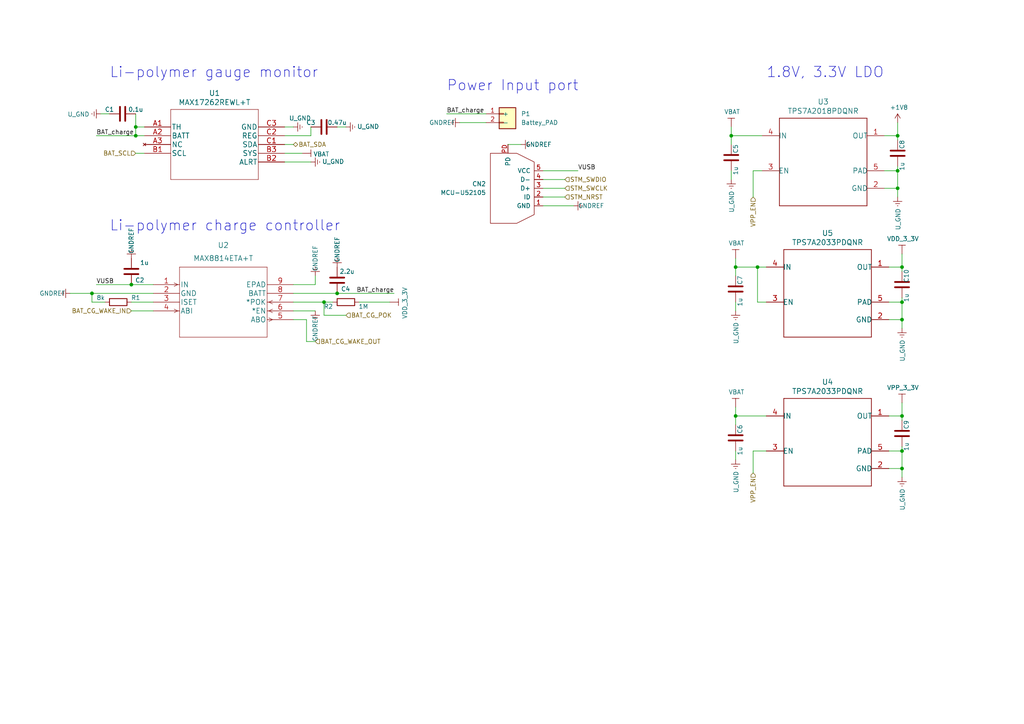
<source format=kicad_sch>
(kicad_sch (version 20211123) (generator eeschema)
  (paper "A4")
  (lib_symbols
    (symbol "Device:C" (pin_numbers hide) (pin_names (offset 0.254))
      (property "Reference" "C" (at 0.635 2.54 0))
      (property "Value" "C" (at 0.635 -2.54 0))
      (symbol "C_0_1"
        (polyline (pts (xy -2.032 -0.762) (xy 2.032 -0.762)) (stroke (width 0.508)))
        (polyline (pts (xy -2.032 0.762) (xy 2.032 0.762)) (stroke (width 0.508)))
      )
      (symbol "C_1_1"
        (pin passive line (at 0 3.81 270) (length 2.794) (name "~") (number "1"))
        (pin passive line (at 0 -3.81 90) (length 2.794) (name "~") (number "2"))
      )
    )
    (symbol "Device:R" (pin_numbers hide) (pin_names (offset 0))
      (property "Reference" "R" (at 2.032 0 90))
      (property "Value" "R" (at 0 0 90))
      (symbol "R_0_1"
        (rectangle (start -1.016 -2.54) (end 1.016 2.54) (stroke (width 0.254)))
      )
      (symbol "R_1_1"
        (pin passive line (at 0 3.81 270) (length 1.27) (name "~") (number "1"))
        (pin passive line (at 0 -3.81 90) (length 1.27) (name "~") (number "2"))
      )
    )
    (symbol "User_library:Battey_PAD" (pin_names (offset 1.016))
      (property "Reference" "P" (at 1.016 3.048 0))
      (property "Value" "Battey_PAD" (at 0.508 -5.842 0))
      (symbol "Battey_PAD_1_1"
        (rectangle (start -1.27 -2.413) (end 0 -2.667) (stroke (width 0.1524)))
        (rectangle (start -1.27 0.127) (end 0 -0.127) (stroke (width 0.1524)))
        (rectangle (start -1.27 1.778) (end 3.556 -4.318) (stroke (width 0.254)) (fill (type background)))
        (pin power_in line (at -5.08 0 0) (length 3.81) (name "+") (number "1"))
        (pin power_out line (at -5.08 -2.54 0) (length 3.81) (name "-") (number "2"))
      )
    )
    (symbol "User_library:MAX8814ETA+T" (pin_names (offset 0.254))
      (property "Reference" "U" (at 20.32 10.16 0))
      (property "Value" "MAX8814ETA+T" (at 20.32 7.62 0))
      (symbol "MAX8814ETA+T_1_1"
        (polyline (pts (xy 7.112 -7.62) (xy 6.0452 -8.128)) (stroke (width 0.127)))
        (polyline (pts (xy 7.112 -7.62) (xy 6.0452 -7.112)) (stroke (width 0.127)))
        (polyline (pts (xy 7.112 0) (xy 6.0452 -0.508)) (stroke (width 0.127)))
        (polyline (pts (xy 7.112 0) (xy 6.0452 0.508)) (stroke (width 0.127)))
        (polyline (pts (xy 7.62 -15.24) (xy 33.02 -15.24)) (stroke (width 0.127)))
        (polyline (pts (xy 7.62 5.08) (xy 7.62 -15.24)) (stroke (width 0.127)))
        (polyline (pts (xy 33.02 -15.24) (xy 33.02 5.08)) (stroke (width 0.127)))
        (polyline (pts (xy 33.02 5.08) (xy 7.62 5.08)) (stroke (width 0.127)))
        (polyline (pts (xy 33.528 -10.668) (xy 34.5948 -10.16)) (stroke (width 0.127)))
        (polyline (pts (xy 33.528 -9.652) (xy 34.5948 -10.16)) (stroke (width 0.127)))
        (polyline (pts (xy 33.528 -7.62) (xy 34.5948 -8.128)) (stroke (width 0.127)))
        (polyline (pts (xy 33.528 -7.62) (xy 34.5948 -7.112)) (stroke (width 0.127)))
        (polyline (pts (xy 33.528 -5.08) (xy 34.5948 -5.588)) (stroke (width 0.127)))
        (polyline (pts (xy 33.528 -5.08) (xy 34.5948 -4.572)) (stroke (width 0.127)))
        (pin input line (at 0 0 0) (length 7.62) (name "IN") (number "1"))
        (pin power_in line (at 0 -2.54 0) (length 7.62) (name "GND") (number "2"))
        (pin unspecified line (at 0 -5.08 0) (length 7.62) (name "ISET") (number "3"))
        (pin input line (at 0 -7.62 0) (length 7.62) (name "ABI") (number "4"))
        (pin output line (at 40.64 -10.16 180) (length 7.62) (name "ABO") (number "5"))
        (pin input line (at 40.64 -7.62 180) (length 7.62) (name "*EN") (number "6"))
        (pin input line (at 40.64 -5.08 180) (length 7.62) (name "*POK") (number "7"))
        (pin power_in line (at 40.64 -2.54 180) (length 7.62) (name "BATT") (number "8"))
        (pin unspecified line (at 40.64 0 180) (length 7.62) (name "EPAD") (number "9"))
      )
    )
    (symbol "User_library:MCU-U52105" (pin_names (offset 1.016))
      (property "Reference" "CN" (at 10.16 16.51 0))
      (property "Value" "MCU-U52105" (at 10.16 13.97 0))
      (symbol "MCU-U52105_0_1"
        (polyline (pts (xy 2.54 0) (xy 0 5.08) (xy 0 12.7) (xy 20.32 12.7) (xy 20.32 5.08) (xy 17.78 0) (xy 2.54 0)))
      )
      (symbol "MCU-U52105_1_1"
        (pin power_out line (at 5.08 -2.54 90) (length 2.54) (name "GND") (number "1"))
        (pin bidirectional line (at 7.62 -2.54 90) (length 2.54) (name "ID") (number "2"))
        (pin bidirectional line (at 10.16 -2.54 90) (length 2.54) (name "D+") (number "3"))
        (pin bidirectional line (at 12.7 -2.54 90) (length 2.54) (name "D-") (number "4"))
        (pin power_in line (at 15.24 -2.54 90) (length 2.54) (name "VCC") (number "5"))
        (pin bidirectional line (at 22.86 7.62 180) (length 2.54) (name "PD") (number "PD"))
      )
    )
    (symbol "User_library:TPS7A2018PDQNR" (pin_names (offset -0.254))
      (property "Reference" "U" (at -11.43 13.97 0))
      (property "Value" "User_library_TPS7A2018PDQNR" (at 0 -13.97 0))
      (symbol "TPS7A2018PDQNR_1_1"
        (polyline (pts (xy -12.7 -12.7) (xy 12.7 -12.7)) (stroke (width 0.2032)))
        (polyline (pts (xy -12.7 12.7) (xy -12.7 -12.7)) (stroke (width 0.2032)))
        (polyline (pts (xy 12.7 -12.7) (xy 12.7 12.7)) (stroke (width 0.2032)))
        (polyline (pts (xy 12.7 12.7) (xy -12.7 12.7)) (stroke (width 0.2032)))
        (pin power_in line (at 17.78 7.62 180) (length 5.08) (name "OUT") (number "1"))
        (pin power_in line (at 17.78 -7.62 180) (length 5.08) (name "GND") (number "2"))
        (pin input line (at -17.78 -2.54 0) (length 5.08) (name "EN") (number "3"))
        (pin power_in line (at -17.78 7.62 0) (length 5.08) (name "IN") (number "4"))
        (pin unspecified line (at 17.78 -2.54 180) (length 5.08) (name "PAD") (number "5"))
      )
    )
    (symbol "User_library:TPS7A2033PDQNR" (pin_names (offset -0.254))
      (property "Reference" "U" (at -11.43 13.97 0))
      (property "Value" "User_library_TPS7A2033PDQNR" (at 0 -13.97 0))
      (symbol "TPS7A2033PDQNR_1_1"
        (polyline (pts (xy -12.7 -12.7) (xy 12.7 -12.7)) (stroke (width 0.2032)))
        (polyline (pts (xy -12.7 12.7) (xy -12.7 -12.7)) (stroke (width 0.2032)))
        (polyline (pts (xy 12.7 -12.7) (xy 12.7 12.7)) (stroke (width 0.2032)))
        (polyline (pts (xy 12.7 12.7) (xy -12.7 12.7)) (stroke (width 0.2032)))
        (pin power_in line (at 17.78 7.62 180) (length 5.08) (name "OUT") (number "1"))
        (pin power_in line (at 17.78 -7.62 180) (length 5.08) (name "GND") (number "2"))
        (pin input line (at -17.78 -2.54 0) (length 5.08) (name "EN") (number "3"))
        (pin power_in line (at -17.78 7.62 0) (length 5.08) (name "IN") (number "4"))
        (pin unspecified line (at 17.78 -2.54 180) (length 5.08) (name "PAD") (number "5"))
      )
    )
    (symbol "User_power:GND" (power) (pin_names (offset 0))
      (property "Value" "User_power_GND" (at 0 -3.81 0))
      (symbol "GND_0_1"
        (polyline (pts (xy -0.635 -1.905) (xy 0.635 -1.905)))
        (polyline (pts (xy -0.127 -2.54) (xy 0.127 -2.54)))
        (polyline (pts (xy 0 -1.27) (xy 0 0)))
        (polyline (pts (xy 1.27 -1.27) (xy -1.27 -1.27)))
      )
      (symbol "GND_1_1"
        (pin power_in line (at 0 0 270) (length 0) hide (name "U_GND") (number "1"))
      )
    )
    (symbol "User_power:VBAT" (power) (pin_names (offset 0))
      (property "Value" "User_power_VBAT" (at 0 3.81 0))
      (symbol "VBAT_0_1"
        (polyline (pts (xy -1.016 2.54) (xy 0 2.54)))
        (polyline (pts (xy 0 0) (xy 0 2.54)))
        (polyline (pts (xy 0 2.54) (xy 1.016 2.54)))
      )
      (symbol "VBAT_1_1"
        (pin power_in line (at 0 0 90) (length 0) hide (name "VBAT") (number "1"))
      )
    )
    (symbol "User_power:VDD_3.3V" (power) (pin_names (offset 0))
      (property "Value" "VDD_3.3V" (at 0 3.81 0))
      (symbol "VDD_3.3V_0_1"
        (polyline (pts (xy -1.016 2.54) (xy 0 2.54)))
        (polyline (pts (xy 0 0) (xy 0 2.54)))
        (polyline (pts (xy 0 2.54) (xy 1.016 2.54)))
      )
      (symbol "VDD_3.3V_1_1"
        (pin power_in line (at 0 0 90) (length 0) hide (name "VDD_3_3V") (number "1"))
      )
    )
    (symbol "User_power:VPP_3.3V" (power) (pin_names (offset 0))
      (property "Value" "User_power_VPP_3.3V" (at 0 3.81 0))
      (symbol "VPP_3.3V_0_1"
        (polyline (pts (xy -1.016 2.54) (xy 0 2.54)))
        (polyline (pts (xy 0 0) (xy 0 2.54)))
        (polyline (pts (xy 0 2.54) (xy 1.016 2.54)))
      )
      (symbol "VPP_3.3V_1_1"
        (pin power_in line (at 0 0 90) (length 0) hide (name "VPP_3_3V") (number "1"))
      )
    )
    (symbol "mcu_V1-rescue:MAX17262REWL+T-User_library" (pin_names (offset 0.254))
      (property "Reference" "U" (at 17.78 6.35 0))
      (property "Value" "MAX17262REWL+T-User_library" (at 20.32 -16.51 0))
      (symbol "MAX17262REWL+T-User_library_1_1"
        (polyline (pts (xy 7.62 -15.24) (xy 33.02 -15.24)) (stroke (width 0.127)))
        (polyline (pts (xy 7.62 5.08) (xy 7.62 -15.24)) (stroke (width 0.127)))
        (polyline (pts (xy 33.02 -15.24) (xy 33.02 5.08)) (stroke (width 0.127)))
        (polyline (pts (xy 33.02 5.08) (xy 7.62 5.08)) (stroke (width 0.127)))
        (pin input line (at 0 0 0) (length 7.62) (name "TH") (number "A1"))
        (pin unspecified line (at 0 -2.54 0) (length 7.62) (name "BATT") (number "A2"))
        (pin no_connect line (at 0 -5.08 0) (length 7.62) (name "NC") (number "A3"))
        (pin input line (at 0 -7.62 0) (length 7.62) (name "SCL") (number "B1"))
        (pin output line (at 40.64 -10.16 180) (length 7.62) (name "ALRT") (number "B2"))
        (pin unspecified line (at 40.64 -7.62 180) (length 7.62) (name "SYS") (number "B3"))
        (pin bidirectional line (at 40.64 -5.08 180) (length 7.62) (name "SDA") (number "C1"))
        (pin output line (at 40.64 -2.54 180) (length 7.62) (name "REG") (number "C2"))
        (pin power_in line (at 40.64 0 180) (length 7.62) (name "GND") (number "C3"))
      )
    )
    (symbol "power:+1V8" (power) (pin_names (offset 0))
      (property "Value" "+1V8" (at 0 3.556 0))
      (symbol "+1V8_0_1"
        (polyline (pts (xy -0.762 1.27) (xy 0 2.54)))
        (polyline (pts (xy 0 0) (xy 0 2.54)))
        (polyline (pts (xy 0 2.54) (xy 0.762 1.27)))
      )
      (symbol "+1V8_1_1"
        (pin power_in line (at 0 0 90) (length 0) hide (name "+1V8") (number "1"))
      )
    )
    (symbol "sensor_V1-rescue:GND-User_power" (power) (pin_names (offset 0))
      (property "Value" "GND-User_power" (at 0 -3.81 0))
      (symbol "GND-User_power_0_1"
        (polyline (pts (xy -0.635 -1.905) (xy 0.635 -1.905)))
        (polyline (pts (xy -0.127 -2.54) (xy 0.127 -2.54)))
        (polyline (pts (xy 0 -1.27) (xy 0 0)))
        (polyline (pts (xy 1.27 -1.27) (xy -1.27 -1.27)))
      )
      (symbol "GND-User_power_1_1"
        (pin power_in line (at 0 0 270) (length 0) hide (name "GNDREF") (number "1"))
      )
    )
  )
  (junction (at 212.09 39.37))
  (junction (at 260.35 39.37))
  (junction (at 39.37 39.37))
  (junction (at 26.67 85.09))
  (junction (at 261.62 92.71))
  (junction (at 38.1 82.55))
  (junction (at 39.37 36.83))
  (junction (at 260.35 54.61))
  (junction (at 261.62 77.47))
  (junction (at 97.79 85.09))
  (junction (at 213.36 120.65))
  (junction (at 93.98 87.63))
  (junction (at 261.62 87.63))
  (junction (at 261.62 120.65))
  (junction (at 261.62 130.81))
  (junction (at 213.36 77.47))
  (junction (at 219.71 77.47))
  (junction (at 260.35 49.53))
  (junction (at 261.62 135.89))
  (wire (pts (xy 93.98 87.63) (xy 93.98 91.44)))
  (wire (pts (xy 212.09 49.53) (xy 212.09 52.07)))
  (wire (pts (xy 257.81 87.63) (xy 261.62 87.63)))
  (wire (pts (xy 85.09 82.55) (xy 91.44 82.55)))
  (wire (pts (xy 129.54 33.02) (xy 140.97 33.02)))
  (wire (pts (xy 147.32 41.91) (xy 151.13 41.91)))
  (wire (pts (xy 219.71 77.47) (xy 219.71 87.63)))
  (wire (pts (xy 100.33 91.44) (xy 93.98 91.44)))
  (wire (pts (xy 39.37 36.83) (xy 39.37 33.02)))
  (wire (pts (xy 20.32 85.09) (xy 26.67 85.09)))
  (wire (pts (xy 257.81 130.81) (xy 261.62 130.81)))
  (wire (pts (xy 31.75 33.02) (xy 29.21 33.02)))
  (wire (pts (xy 38.1 87.63) (xy 44.45 87.63)))
  (wire (pts (xy 212.09 41.91) (xy 212.09 39.37)))
  (wire (pts (xy 261.62 120.65) (xy 261.62 116.84)))
  (wire (pts (xy 93.98 87.63) (xy 96.52 87.63)))
  (wire (pts (xy 219.71 77.47) (xy 222.25 77.47)))
  (wire (pts (xy 85.09 85.09) (xy 97.79 85.09)))
  (wire (pts (xy 261.62 135.89) (xy 261.62 130.81)))
  (wire (pts (xy 38.1 90.17) (xy 44.45 90.17)))
  (wire (pts (xy 91.44 82.55) (xy 91.44 80.01)))
  (wire (pts (xy 261.62 138.43) (xy 261.62 135.89)))
  (wire (pts (xy 213.36 120.65) (xy 222.25 120.65)))
  (wire (pts (xy 39.37 39.37) (xy 41.91 39.37)))
  (wire (pts (xy 256.54 54.61) (xy 260.35 54.61)))
  (wire (pts (xy 133.35 35.56) (xy 140.97 35.56)))
  (wire (pts (xy 218.44 49.53) (xy 220.98 49.53)))
  (wire (pts (xy 97.79 85.09) (xy 114.3 85.09)))
  (wire (pts (xy 222.25 130.81) (xy 218.44 130.81)))
  (wire (pts (xy 39.37 44.45) (xy 41.91 44.45)))
  (wire (pts (xy 38.1 82.55) (xy 44.45 82.55)))
  (wire (pts (xy 218.44 130.81) (xy 218.44 137.16)))
  (wire (pts (xy 82.55 46.99) (xy 90.17 46.99)))
  (wire (pts (xy 257.81 92.71) (xy 261.62 92.71)))
  (wire (pts (xy 213.36 77.47) (xy 219.71 77.47)))
  (wire (pts (xy 222.25 87.63) (xy 219.71 87.63)))
  (wire (pts (xy 157.48 49.53) (xy 167.64 49.53)))
  (wire (pts (xy 261.62 87.63) (xy 261.62 86.36)))
  (wire (pts (xy 39.37 36.83) (xy 39.37 39.37)))
  (wire (pts (xy 213.36 87.63) (xy 213.36 90.17)))
  (wire (pts (xy 261.62 92.71) (xy 261.62 87.63)))
  (wire (pts (xy 213.36 77.47) (xy 213.36 74.93)))
  (wire (pts (xy 256.54 49.53) (xy 260.35 49.53)))
  (wire (pts (xy 260.35 39.37) (xy 260.35 35.56)))
  (wire (pts (xy 157.48 54.61) (xy 163.83 54.61)))
  (wire (pts (xy 212.09 39.37) (xy 212.09 36.83)))
  (wire (pts (xy 30.48 87.63) (xy 26.67 87.63)))
  (wire (pts (xy 260.35 57.15) (xy 260.35 54.61)))
  (wire (pts (xy 41.91 36.83) (xy 39.37 36.83)))
  (wire (pts (xy 157.48 59.69) (xy 166.37 59.69)))
  (wire (pts (xy 85.09 87.63) (xy 93.98 87.63)))
  (wire (pts (xy 213.36 80.01) (xy 213.36 77.47)))
  (wire (pts (xy 218.44 49.53) (xy 218.44 57.15)))
  (wire (pts (xy 88.9 92.71) (xy 88.9 99.06)))
  (wire (pts (xy 261.62 77.47) (xy 257.81 77.47)))
  (wire (pts (xy 88.9 99.06) (xy 91.44 99.06)))
  (wire (pts (xy 213.36 123.19) (xy 213.36 120.65)))
  (wire (pts (xy 27.94 82.55) (xy 38.1 82.55)))
  (wire (pts (xy 260.35 40.64) (xy 260.35 39.37)))
  (wire (pts (xy 260.35 39.37) (xy 256.54 39.37)))
  (wire (pts (xy 85.09 36.83) (xy 82.55 36.83)))
  (wire (pts (xy 87.63 44.45) (xy 82.55 44.45)))
  (wire (pts (xy 260.35 54.61) (xy 260.35 49.53)))
  (wire (pts (xy 261.62 120.65) (xy 257.81 120.65)))
  (wire (pts (xy 261.62 121.92) (xy 261.62 120.65)))
  (wire (pts (xy 27.94 39.37) (xy 39.37 39.37)))
  (wire (pts (xy 212.09 39.37) (xy 220.98 39.37)))
  (wire (pts (xy 213.36 130.81) (xy 213.36 133.35)))
  (wire (pts (xy 97.79 36.83) (xy 100.33 36.83)))
  (wire (pts (xy 257.81 135.89) (xy 261.62 135.89)))
  (wire (pts (xy 261.62 95.25) (xy 261.62 92.71)))
  (wire (pts (xy 157.48 57.15) (xy 163.83 57.15)))
  (wire (pts (xy 85.09 90.17) (xy 91.44 90.17)))
  (wire (pts (xy 82.55 41.91) (xy 85.09 41.91)))
  (wire (pts (xy 261.62 78.74) (xy 261.62 77.47)))
  (wire (pts (xy 90.17 39.37) (xy 90.17 36.83)))
  (wire (pts (xy 26.67 85.09) (xy 44.45 85.09)))
  (wire (pts (xy 261.62 77.47) (xy 261.62 73.66)))
  (wire (pts (xy 26.67 85.09) (xy 26.67 87.63)))
  (wire (pts (xy 261.62 130.81) (xy 261.62 129.54)))
  (wire (pts (xy 157.48 52.07) (xy 163.83 52.07)))
  (wire (pts (xy 104.14 87.63) (xy 113.03 87.63)))
  (wire (pts (xy 82.55 39.37) (xy 90.17 39.37)))
  (wire (pts (xy 85.09 92.71) (xy 88.9 92.71)))
  (wire (pts (xy 213.36 120.65) (xy 213.36 118.11)))
  (wire (pts (xy 260.35 49.53) (xy 260.35 48.26)))
  (text "Li-polymer charge controller" (at 31.75 67.31 0) (effects (font (size 3 3)) (justify left bottom)))
  (text "Li-polymer gauge monitor" (at 31.75 22.86 0) (effects (font (size 3 3)) (justify left bottom)))
  (text "1.8V, 3.3V LDO" (at 222.25 22.86 0) (effects (font (size 3 3)) (justify left bottom)))
  (text "Power Input port" (at 129.54 26.67 0) (effects (font (size 3 3)) (justify left bottom)))
  (label "VUSB" (at 167.64 49.53 0))
  (label "BAT_charge" (at 114.3 85.09 180))
  (label "BAT_charge" (at 129.54 33.02 0))
  (label "BAT_charge" (at 27.94 39.37 0))
  (label "VUSB" (at 27.94 82.55 0))
  (hierarchical_label "VPP_EN" (shape input) (at 218.44 57.15 270))
  (hierarchical_label "STM_SWCLK" (shape input) (at 163.83 54.61 0))
  (hierarchical_label "BAT_CG_WAKE_OUT" (shape input) (at 91.44 99.06 0))
  (hierarchical_label "BAT_CG_WAKE_IN" (shape input) (at 38.1 90.17 180))
  (hierarchical_label "BAT_CG_POK" (shape input) (at 100.33 91.44 0))
  (hierarchical_label "STM_SWDIO" (shape input) (at 163.83 52.07 0))
  (hierarchical_label "BAT_SCL" (shape input) (at 39.37 44.45 180))
  (hierarchical_label "VPP_EN" (shape input) (at 218.44 137.16 270))
  (hierarchical_label "STM_NRST" (shape input) (at 163.83 57.15 0))
  (hierarchical_label "BAT_SDA" (shape bidirectional) (at 85.09 41.91 0))
  (symbol (lib_id "sensor_V1-rescue:GND-User_power") (at 38.1 74.93 180) (unit 1)
    (property "Reference" "#PWR0106" (effects hide))
    (property "Value" "GND" (at 38.1 69.85 90))
  )
  (symbol (lib_id "User_power:GND") (at 213.36 90.17 0) (unit 1)
    (property "Reference" "#PWR0109" (effects hide))
    (property "Value" "GND" (at 213.487 93.4212 90) (effects (justify right)))
  )
  (symbol (lib_id "sensor_V1-rescue:GND-User_power") (at 133.35 35.56 270) (unit 1)
    (property "Reference" "#PWR0126" (effects hide))
    (property "Value" "GND" (at 128.27 35.56 90))
  )
  (symbol (lib_id "mcu_V1-rescue:MAX17262REWL+T-User_library") (at 41.91 36.83 0) (unit 1)
    (property "Reference" "U1" (at 62.23 27.0002 0) (effects (font (size 1.524 1.524))))
    (property "Value" "MAX17262REWL+T" (at 62.23 29.6926 0) (effects (font (size 1.524 1.524))))
    (property "Footprint" "User_library:MAX17262REWL&plus_T" (effects hide))
  )
  (symbol (lib_id "Device:C") (at 212.09 45.72 180) (unit 1)
    (property "Reference" "C5" (at 213.36 43.18 90))
    (property "Value" "1u" (at 213.36 49.53 90))
    (property "Footprint" "User_library:UL_C_0402_1005Metric" (effects hide))
  )
  (symbol (lib_id "Device:C") (at 261.62 82.55 180) (unit 1)
    (property "Reference" "C10" (at 262.89 80.01 90))
    (property "Value" "1u" (at 262.89 86.36 90))
    (property "Footprint" "User_library:UL_C_0402_1005Metric" (effects hide))
  )
  (symbol (lib_id "power:+1V8") (at 260.35 35.56 0) (unit 1)
    (property "Reference" "#PWR0115" (effects hide))
    (property "Value" "+1V8" (at 260.731 31.1658 0))
  )
  (symbol (lib_id "User_power:VBAT") (at 212.09 36.83 0) (unit 1)
    (property "Reference" "#PWR0114" (effects hide))
    (property "Value" "VBAT" (at 212.344 32.4358 0))
  )
  (symbol (lib_id "User_power:VBAT") (at 87.63 44.45 270) (unit 1)
    (property "Reference" "#PWR0123" (effects hide))
    (property "Value" "VBAT" (at 90.8812 44.704 90) (effects (justify left)))
  )
  (symbol (lib_id "sensor_V1-rescue:GND-User_power") (at 166.37 59.69 90) (unit 1)
    (property "Reference" "#PWR0128" (effects hide))
    (property "Value" "GND" (at 171.45 59.69 90))
  )
  (symbol (lib_id "User_power:GND") (at 212.09 52.07 0) (unit 1)
    (property "Reference" "#PWR0113" (effects hide))
    (property "Value" "GND" (at 212.217 55.3212 90) (effects (justify right)))
  )
  (symbol (lib_id "User_power:VDD_3.3V") (at 113.03 87.63 270) (unit 1)
    (property "Reference" "#PWR0116" (effects hide))
    (property "Value" "VDD_3.3V" (at 117.4242 87.884 0))
  )
  (symbol (lib_id "Device:R") (at 34.29 87.63 90) (unit 1)
    (property "Reference" "R1" (at 39.37 86.36 90))
    (property "Value" "8k" (at 29.21 86.36 90))
    (property "Footprint" "Resistor_SMD:R_0402_1005Metric" (effects hide))
  )
  (symbol (lib_id "User_power:GND") (at 85.09 36.83 90) (unit 1)
    (property "Reference" "#PWR0105" (effects hide))
    (property "Value" "GND" (at 83.82 34.29 90) (effects (justify right)))
  )
  (symbol (lib_id "User_library:Battey_PAD") (at 146.05 33.02 0) (unit 1)
    (property "Reference" "P1" (at 151.13 33.0199 0) (effects (justify left)))
    (property "Value" "Battey_PAD" (at 151.13 35.5599 0) (effects (justify left)))
    (property "Footprint" "User_library:Battey_PAD" (effects hide))
  )
  (symbol (lib_id "Device:C") (at 213.36 83.82 180) (unit 1)
    (property "Reference" "C7" (at 214.63 81.28 90))
    (property "Value" "1u" (at 214.63 87.63 90))
    (property "Footprint" "User_library:UL_C_0402_1005Metric" (effects hide))
  )
  (symbol (lib_id "Device:C") (at 38.1 78.74 180) (unit 1)
    (property "Reference" "C2" (at 41.91 81.28 0) (effects (justify left)))
    (property "Value" "1u" (at 43.18 76.2 0) (effects (justify left)))
    (property "Footprint" "User_library:UL_C_0402_1005Metric" (effects hide))
  )
  (symbol (lib_id "Device:C") (at 97.79 81.28 180) (unit 1)
    (property "Reference" "C4" (at 101.6 83.82 0) (effects (justify left)))
    (property "Value" "2.2u" (at 102.87 78.74 0) (effects (justify left)))
    (property "Footprint" "User_library:UL_C_0402_1005Metric" (effects hide))
  )
  (symbol (lib_id "User_power:GND") (at 261.62 138.43 0) (unit 1)
    (property "Reference" "#PWR0121" (effects hide))
    (property "Value" "GND" (at 261.747 141.6812 90) (effects (justify right)))
  )
  (symbol (lib_id "User_library:TPS7A2033PDQNR") (at 240.03 128.27 0) (unit 1)
    (property "Reference" "U4" (at 240.03 110.7948 0) (effects (font (size 1.524 1.524))))
    (property "Value" "TPS7A2033PDQNR" (at 240.03 113.4872 0) (effects (font (size 1.524 1.524))))
    (property "Footprint" "User_library:X2SON-4PIN" (effects hide))
  )
  (symbol (lib_id "User_power:VBAT") (at 213.36 74.93 0) (unit 1)
    (property "Reference" "#PWR0108" (effects hide))
    (property "Value" "VBAT" (at 213.614 70.5358 0))
  )
  (symbol (lib_id "User_library:MAX8814ETA+T") (at 44.45 82.55 0) (unit 1)
    (property "Reference" "U2" (at 64.77 71.12 0) (effects (font (size 1.524 1.524))))
    (property "Value" "MAX8814ETA+T" (at 64.77 74.93 0) (effects (font (size 1.524 1.524))))
    (property "Footprint" "User_library:MAX8814ETA&plus_T" (effects hide))
  )
  (symbol (lib_id "User_library:TPS7A2018PDQNR") (at 238.76 46.99 0) (unit 1)
    (property "Reference" "U3" (at 238.76 29.5148 0) (effects (font (size 1.524 1.524))))
    (property "Value" "TPS7A2018PDQNR" (at 238.76 32.2072 0) (effects (font (size 1.524 1.524))))
    (property "Footprint" "User_library:X2SON-4PIN" (effects hide))
  )
  (symbol (lib_id "User_power:GND") (at 260.35 57.15 0) (unit 1)
    (property "Reference" "#PWR0111" (effects hide))
    (property "Value" "GND" (at 260.477 60.4012 90) (effects (justify right)))
  )
  (symbol (lib_id "User_library:MCU-U52105") (at 154.94 64.77 90) (unit 1)
    (property "Reference" "CN2" (at 140.97 53.3399 90) (effects (justify left)))
    (property "Value" "MCU-U52105" (at 140.97 55.8799 90) (effects (justify left)))
    (property "Footprint" "User_library:MCU-U52105" (effects hide))
  )
  (symbol (lib_id "Device:C") (at 261.62 125.73 180) (unit 1)
    (property "Reference" "C9" (at 262.89 123.19 90))
    (property "Value" "1u" (at 262.89 129.54 90))
    (property "Footprint" "User_library:UL_C_0402_1005Metric" (effects hide))
  )
  (symbol (lib_id "User_power:VBAT") (at 213.36 118.11 0) (unit 1)
    (property "Reference" "#PWR0122" (effects hide))
    (property "Value" "VBAT" (at 213.614 113.7158 0))
  )
  (symbol (lib_id "sensor_V1-rescue:GND-User_power") (at 91.44 90.17 0) (unit 1)
    (property "Reference" "#PWR0119" (effects hide))
    (property "Value" "GND" (at 91.44 95.25 90))
  )
  (symbol (lib_id "Device:R") (at 100.33 87.63 270) (unit 1)
    (property "Reference" "R2" (at 95.25 88.9 90))
    (property "Value" "1M" (at 105.41 88.9 90))
    (property "Footprint" "Resistor_SMD:R_0402_1005Metric" (effects hide))
  )
  (symbol (lib_id "User_library:TPS7A2033PDQNR") (at 240.03 85.09 0) (unit 1)
    (property "Reference" "U5" (at 240.03 67.6148 0) (effects (font (size 1.524 1.524))))
    (property "Value" "TPS7A2033PDQNR" (at 240.03 70.3072 0) (effects (font (size 1.524 1.524))))
    (property "Footprint" "User_library:X2SON-4PIN" (effects hide))
  )
  (symbol (lib_id "User_power:GND") (at 100.33 36.83 90) (unit 1)
    (property "Reference" "#PWR0125" (effects hide))
    (property "Value" "GND" (at 103.5812 36.703 90) (effects (justify right)))
  )
  (symbol (lib_id "User_power:GND") (at 261.62 95.25 0) (unit 1)
    (property "Reference" "#PWR0110" (effects hide))
    (property "Value" "GND" (at 261.747 98.5012 90) (effects (justify right)))
  )
  (symbol (lib_id "sensor_V1-rescue:GND-User_power") (at 91.44 80.01 180) (unit 1)
    (property "Reference" "#PWR0117" (effects hide))
    (property "Value" "GND" (at 91.44 74.93 90))
  )
  (symbol (lib_id "User_power:GND") (at 29.21 33.02 270) (unit 1)
    (property "Reference" "#PWR0103" (effects hide))
    (property "Value" "GND" (at 25.9588 33.147 90) (effects (justify right)))
  )
  (symbol (lib_id "Device:C") (at 213.36 127 180) (unit 1)
    (property "Reference" "C6" (at 214.63 124.46 90))
    (property "Value" "1u" (at 214.63 130.81 90))
    (property "Footprint" "User_library:UL_C_0402_1005Metric" (effects hide))
  )
  (symbol (lib_id "Device:C") (at 260.35 44.45 180) (unit 1)
    (property "Reference" "C8" (at 261.62 41.91 90))
    (property "Value" "1u" (at 261.62 48.26 90))
    (property "Footprint" "User_library:UL_C_0402_1005Metric" (effects hide))
  )
  (symbol (lib_id "Device:C") (at 93.98 36.83 270) (unit 1)
    (property "Reference" "C3" (at 90.17 35.56 90))
    (property "Value" "0.47u" (at 97.79 35.56 90))
    (property "Footprint" "User_library:UL_C_0402_1005Metric" (effects hide))
  )
  (symbol (lib_id "sensor_V1-rescue:GND-User_power") (at 97.79 77.47 180) (unit 1)
    (property "Reference" "#PWR0118" (effects hide))
    (property "Value" "GND" (at 97.79 72.39 90))
  )
  (symbol (lib_id "User_power:VDD_3.3V") (at 261.62 73.66 0) (unit 1)
    (property "Reference" "#PWR0107" (effects hide))
    (property "Value" "VDD_3.3V" (at 261.874 69.2658 0))
  )
  (symbol (lib_id "User_power:GND") (at 213.36 133.35 0) (unit 1)
    (property "Reference" "#PWR0120" (effects hide))
    (property "Value" "GND" (at 213.487 136.6012 90) (effects (justify right)))
  )
  (symbol (lib_id "User_power:GND") (at 90.17 46.99 90) (unit 1)
    (property "Reference" "#PWR0124" (effects hide))
    (property "Value" "GND" (at 93.4212 46.863 90) (effects (justify right)))
  )
  (symbol (lib_id "User_power:VPP_3.3V") (at 261.62 116.84 0) (unit 1)
    (property "Reference" "#PWR0112" (effects hide))
    (property "Value" "VPP_3.3V" (at 261.874 112.4458 0))
  )
  (symbol (lib_id "sensor_V1-rescue:GND-User_power") (at 20.32 85.09 270) (unit 1)
    (property "Reference" "#PWR0104" (effects hide))
    (property "Value" "GND" (at 15.24 85.09 90))
  )
  (symbol (lib_id "sensor_V1-rescue:GND-User_power") (at 151.13 41.91 90) (unit 1)
    (property "Reference" "#PWR0127" (effects hide))
    (property "Value" "GND" (at 156.21 41.91 90))
  )
  (symbol (lib_id "Device:C") (at 35.56 33.02 90) (unit 1)
    (property "Reference" "C1" (at 31.75 31.75 90))
    (property "Value" "0.1u" (at 39.37 31.75 90))
    (property "Footprint" "User_library:UL_C_0402_1005Metric" (effects hide))
  )
)
</source>
